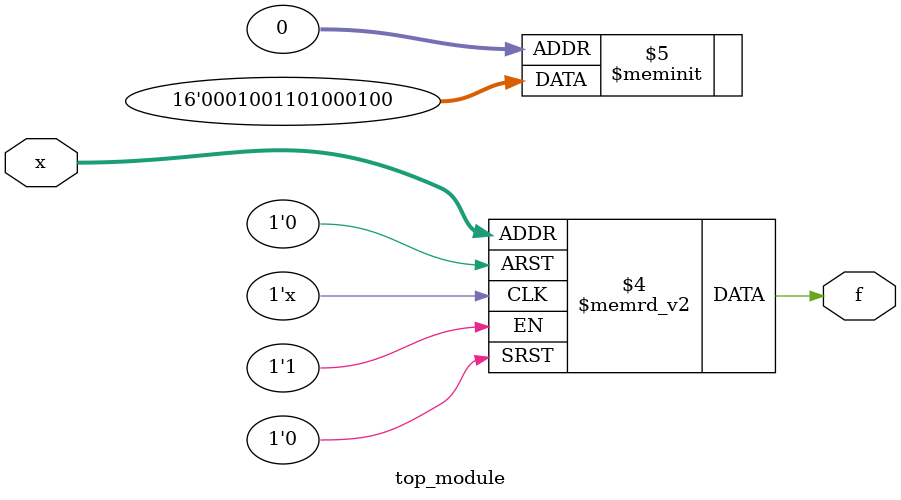
<source format=sv>
module top_module (
    input [4:1] x,
    output logic f
);

always_comb begin
    case ({x[4], x[3], x[2], x[1]})
        4'b0000: f = 1'b0;
        4'b0001: f = 1'b0; 
        4'b0010: f = 1'b1;
        4'b0011: f = 1'b0;
        4'b0100: f = 1'b0;
        4'b0101: f = 1'b0;
        4'b0110: f = 1'b1;
        4'b0111: f = 1'b0;
        4'b1000: f = 1'b1;
        4'b1001: f = 1'b1;
        4'b1010: f = 1'b0;
        4'b1011: f = 1'b0;
        4'b1100: f = 1'b1;
        4'b1101: f = 1'b0;
        4'b1110: f = 1'b0;
        4'b1111: f = 1'b0;
    endcase
end

endmodule

</source>
